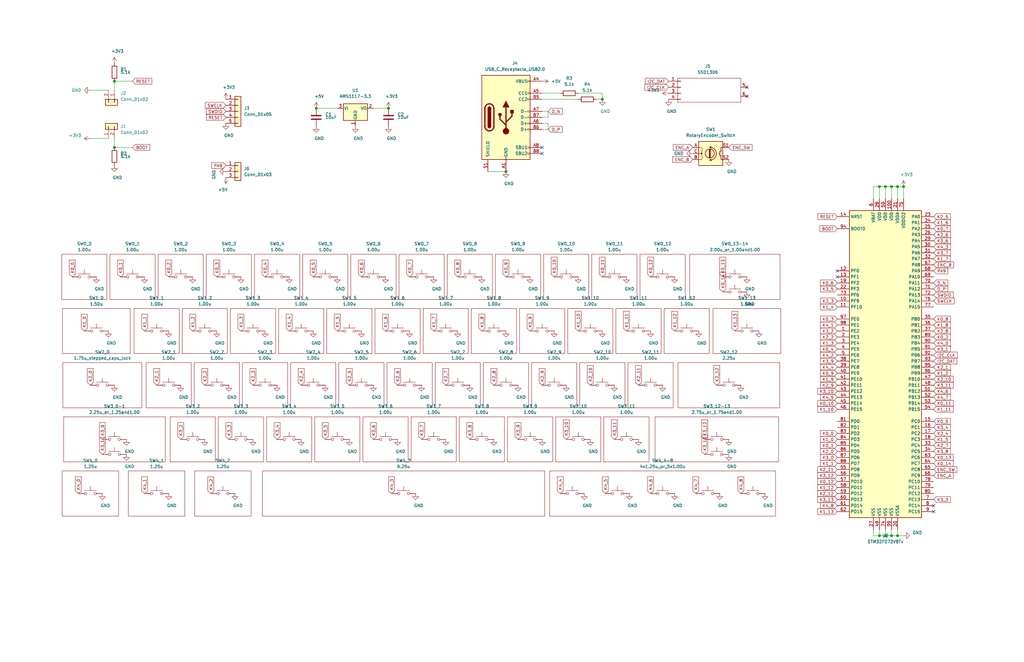
<source format=kicad_sch>
(kicad_sch (version 20201015) (generator eeschema)
  (page 1 1)
  (paper "USLedger")
  (title_block (title "Grabert") (date "2020-11-17") (rev "V0") (company "KoBuss LLC") (comment 1 "Designed By: Cam Buss"))
  (junction (at 48.26 34.29) (diameter 1.016))
  (junction (at 48.26 62.23) (diameter 1.016))
  (junction (at 133.35 45.72) (diameter 1.016))
  (junction (at 163.83 45.72) (diameter 1.016))
  (junction (at 213.36 72.39) (diameter 1.016))
  (junction (at 254 41.91) (diameter 1.016))
  (junction (at 370.84 78.74) (diameter 1.016))
  (junction (at 370.84 226.06) (diameter 1.016))
  (junction (at 373.38 78.74) (diameter 1.016))
  (junction (at 373.38 226.06) (diameter 1.016))
  (junction (at 375.92 78.74) (diameter 1.016))
  (junction (at 375.92 226.06) (diameter 1.016))
  (junction (at 378.46 78.74) (diameter 1.016))
  (junction (at 378.46 226.06) (diameter 1.016))
  (junction (at 381 78.74) (diameter 1.016))
  (no_connect (at 393.7 215.9))
  (no_connect (at 353.06 114.3))
  (no_connect (at 228.6 64.77))
  (no_connect (at 228.6 62.23))
  (no_connect (at 353.06 116.84))
  (no_connect (at 314.96 36.83))
  (no_connect (at 393.7 213.36))
  (no_connect (at 314.96 40.64))
  (wire (pts (xy 38.1 38.1) (xy 45.72 38.1)))
  (wire (pts (xy 38.1 58.42) (xy 45.72 58.42)))
  (wire (pts (xy 48.26 34.29) (xy 48.26 38.1)))
  (wire (pts (xy 48.26 34.29) (xy 55.88 34.29)))
  (wire (pts (xy 48.26 58.42) (xy 48.26 62.23)))
  (wire (pts (xy 48.26 62.23) (xy 55.88 62.23)))
  (wire (pts (xy 133.35 45.72) (xy 142.24 45.72)))
  (wire (pts (xy 157.48 45.72) (xy 163.83 45.72)))
  (wire (pts (xy 205.74 72.39) (xy 213.36 72.39)))
  (wire (pts (xy 228.6 39.37) (xy 236.22 39.37)))
  (wire (pts (xy 228.6 41.91) (xy 243.84 41.91)))
  (wire (pts (xy 228.6 46.99) (xy 231.14 46.99)))
  (wire (pts (xy 228.6 49.53) (xy 231.14 49.53)))
  (wire (pts (xy 228.6 52.07) (xy 231.14 52.07)))
  (wire (pts (xy 228.6 54.61) (xy 231.14 54.61)))
  (wire (pts (xy 231.14 49.53) (xy 231.14 46.99)))
  (wire (pts (xy 231.14 52.07) (xy 231.14 54.61)))
  (wire (pts (xy 243.84 39.37) (xy 254 39.37)))
  (wire (pts (xy 251.46 41.91) (xy 254 41.91)))
  (wire (pts (xy 254 39.37) (xy 254 41.91)))
  (wire (pts (xy 368.3 78.74) (xy 370.84 78.74)))
  (wire (pts (xy 368.3 83.82) (xy 368.3 78.74)))
  (wire (pts (xy 368.3 223.52) (xy 368.3 226.06)))
  (wire (pts (xy 368.3 226.06) (xy 370.84 226.06)))
  (wire (pts (xy 370.84 78.74) (xy 370.84 83.82)))
  (wire (pts (xy 370.84 78.74) (xy 373.38 78.74)))
  (wire (pts (xy 370.84 223.52) (xy 370.84 226.06)))
  (wire (pts (xy 370.84 226.06) (xy 373.38 226.06)))
  (wire (pts (xy 373.38 78.74) (xy 373.38 83.82)))
  (wire (pts (xy 373.38 78.74) (xy 375.92 78.74)))
  (wire (pts (xy 373.38 223.52) (xy 373.38 226.06)))
  (wire (pts (xy 373.38 226.06) (xy 375.92 226.06)))
  (wire (pts (xy 375.92 78.74) (xy 375.92 83.82)))
  (wire (pts (xy 375.92 78.74) (xy 378.46 78.74)))
  (wire (pts (xy 375.92 223.52) (xy 375.92 226.06)))
  (wire (pts (xy 375.92 226.06) (xy 378.46 226.06)))
  (wire (pts (xy 378.46 78.74) (xy 378.46 83.82)))
  (wire (pts (xy 378.46 78.74) (xy 381 78.74)))
  (wire (pts (xy 378.46 223.52) (xy 378.46 226.06)))
  (wire (pts (xy 378.46 226.06) (xy 381 226.06)))
  (wire (pts (xy 381 78.74) (xy 381 83.82)))
  (global_label "K0_0" (shape input) (at 30.48 116.84 90))
  (global_label "K4_0" (shape input) (at 33.02 208.28 90))
  (global_label "K1_0" (shape input) (at 35.56 139.7 90))
  (global_label "K2_0" (shape input) (at 38.1 162.56 90))
  (global_label "K3_0" (shape input) (at 43.18 185.42 90))
  (global_label "K3_1" (shape input) (at 43.18 191.77 90))
  (global_label "K0_1" (shape input) (at 50.8 116.84 90))
  (global_label "RESET" (shape input) (at 55.88 34.29 0))
  (global_label "BOOT" (shape input) (at 55.88 62.23 0))
  (global_label "K1_1" (shape input) (at 60.96 139.7 90))
  (global_label "K4_1" (shape input) (at 60.96 208.28 90))
  (global_label "K2_1" (shape input) (at 66.04 162.56 90))
  (global_label "K0_2" (shape input) (at 71.12 116.84 90))
  (global_label "K3_2" (shape input) (at 76.2 185.42 90))
  (global_label "K1_2" (shape input) (at 81.28 139.7 90))
  (global_label "K2_2" (shape input) (at 86.36 162.56 90))
  (global_label "K4_2" (shape input) (at 88.9 208.28 90))
  (global_label "K0_3" (shape input) (at 91.44 116.84 90))
  (global_label "SWCLK" (shape input) (at 95.25 44.45 180))
  (global_label "SWDIO" (shape input) (at 95.25 46.99 180))
  (global_label "RESET" (shape input) (at 95.25 49.53 180))
  (global_label "PA9" (shape input) (at 95.25 69.85 180))
  (global_label "K3_3" (shape input) (at 96.52 185.42 90))
  (global_label "K1_3" (shape input) (at 101.6 139.7 90))
  (global_label "K2_3" (shape input) (at 106.68 162.56 90))
  (global_label "K0_4" (shape input) (at 111.76 116.84 90))
  (global_label "K3_4" (shape input) (at 116.84 185.42 90))
  (global_label "K1_4" (shape input) (at 121.92 139.7 90))
  (global_label "K2_4" (shape input) (at 127 162.56 90))
  (global_label "K0_5" (shape input) (at 132.08 116.84 90))
  (global_label "K3_5" (shape input) (at 137.16 185.42 90))
  (global_label "K1_5" (shape input) (at 142.24 139.7 90))
  (global_label "K2_5" (shape input) (at 147.32 162.56 90))
  (global_label "K0_6" (shape input) (at 152.4 116.84 90))
  (global_label "K3_6" (shape input) (at 157.48 185.42 90))
  (global_label "K1_6" (shape input) (at 162.56 139.7 90))
  (global_label "K4_3" (shape input) (at 165.1 208.28 90))
  (global_label "K2_6" (shape input) (at 167.64 162.56 90))
  (global_label "K0_7" (shape input) (at 172.72 116.84 90))
  (global_label "K3_7" (shape input) (at 177.8 185.42 90))
  (global_label "K1_7" (shape input) (at 182.88 139.7 90))
  (global_label "K2_7" (shape input) (at 187.96 162.56 90))
  (global_label "K0_8" (shape input) (at 193.04 116.84 90))
  (global_label "K3_8" (shape input) (at 198.12 185.42 90))
  (global_label "K1_8" (shape input) (at 203.2 139.7 90))
  (global_label "K2_8" (shape input) (at 208.28 162.56 90))
  (global_label "K0_9" (shape input) (at 213.36 116.84 90))
  (global_label "K3_9" (shape input) (at 218.44 185.42 90))
  (global_label "K1_9" (shape input) (at 223.52 139.7 90))
  (global_label "K2_9" (shape input) (at 228.6 162.56 90))
  (global_label "D_N" (shape input) (at 231.14 46.99 0))
  (global_label "D_P" (shape input) (at 231.14 54.61 0))
  (global_label "K0_10" (shape input) (at 233.68 116.84 90))
  (global_label "K4_4" (shape input) (at 236.22 208.28 90))
  (global_label "K3_10" (shape input) (at 238.76 185.42 90))
  (global_label "K1_10" (shape input) (at 243.84 139.7 90))
  (global_label "K2_10" (shape input) (at 248.92 162.56 90))
  (global_label "K0_11" (shape input) (at 254 116.84 90))
  (global_label "K4_5" (shape input) (at 255.27 208.28 90))
  (global_label "K3_11" (shape input) (at 259.08 185.42 90))
  (global_label "K1_11" (shape input) (at 264.16 139.7 90))
  (global_label "K2_11" (shape input) (at 269.24 162.56 90))
  (global_label "K0_12" (shape input) (at 274.32 116.84 90))
  (global_label "K4_6" (shape input) (at 274.32 208.28 90))
  (global_label "I2C_DAT" (shape input) (at 281.94 34.29 180))
  (global_label "I2C_CLK" (shape input) (at 281.94 36.83 180))
  (global_label "K1_12" (shape input) (at 284.48 139.7 90))
  (global_label "ENC_A" (shape input) (at 292.1 62.23 180))
  (global_label "ENC_B" (shape input) (at 292.1 67.31 180))
  (global_label "K4_7" (shape input) (at 293.37 208.28 90))
  (global_label "K3_12" (shape input) (at 297.18 185.42 90))
  (global_label "K3_13" (shape input) (at 297.18 191.77 90))
  (global_label "K2_12" (shape input) (at 302.26 162.56 90))
  (global_label "K0_13" (shape input) (at 304.8 116.84 90))
  (global_label "K0_14" (shape input) (at 304.8 123.19 90))
  (global_label "ENC_SW" (shape input) (at 307.34 62.23 0))
  (global_label "K1_13" (shape input) (at 309.88 139.7 90))
  (global_label "K4_8" (shape input) (at 312.42 208.28 90))
  (global_label "RESET" (shape input) (at 353.06 91.44 180))
  (global_label "BOOT" (shape input) (at 353.06 96.52 180))
  (global_label "K0_6" (shape input) (at 353.06 119.38 180))
  (global_label "K3_5" (shape input) (at 353.06 121.92 180))
  (global_label "K2_3" (shape input) (at 353.06 127 180))
  (global_label "K1_4" (shape input) (at 353.06 129.54 180))
  (global_label "K0_3" (shape input) (at 353.06 134.62 180))
  (global_label "K4_1" (shape input) (at 353.06 137.16 180))
  (global_label "K3_2" (shape input) (at 353.06 139.7 180))
  (global_label "K2_2" (shape input) (at 353.06 142.24 180))
  (global_label "K1_3" (shape input) (at 353.06 144.78 180))
  (global_label "K0_4" (shape input) (at 353.06 147.32 180))
  (global_label "K4_2" (shape input) (at 353.06 149.86 180))
  (global_label "K3_9" (shape input) (at 353.06 152.4 180))
  (global_label "K4_4" (shape input) (at 353.06 154.94 180))
  (global_label "K0_9" (shape input) (at 353.06 157.48 180))
  (global_label "K1_9" (shape input) (at 353.06 160.02 180))
  (global_label "K2_9" (shape input) (at 353.06 162.56 180))
  (global_label "K3_10" (shape input) (at 353.06 165.1 180))
  (global_label "K4_5" (shape input) (at 353.06 167.64 180))
  (global_label "K0_10" (shape input) (at 353.06 170.18 180))
  (global_label "K1_10" (shape input) (at 353.06 172.72 180))
  (global_label "K0_0" (shape input) (at 353.06 182.88 180))
  (global_label "K1_0" (shape input) (at 353.06 185.42 180))
  (global_label "K0_1" (shape input) (at 353.06 187.96 180))
  (global_label "K2_0" (shape input) (at 353.06 190.5 180))
  (global_label "K3_0" (shape input) (at 353.06 193.04 180))
  (global_label "K1_1" (shape input) (at 353.06 195.58 180))
  (global_label "K2_11" (shape input) (at 353.06 198.12 180))
  (global_label "K3_12" (shape input) (at 353.06 200.66 180))
  (global_label "K0_12" (shape input) (at 353.06 203.2 180))
  (global_label "K1_12" (shape input) (at 353.06 205.74 180))
  (global_label "K2_12" (shape input) (at 353.06 208.28 180))
  (global_label "K3_13" (shape input) (at 353.06 210.82 180))
  (global_label "K4_8" (shape input) (at 353.06 213.36 180))
  (global_label "K1_13" (shape input) (at 353.06 215.9 180))
  (global_label "K2_5" (shape input) (at 393.7 91.44 0))
  (global_label "K1_6" (shape input) (at 393.7 93.98 0))
  (global_label "K0_7" (shape input) (at 393.7 96.52 0))
  (global_label "K2_6" (shape input) (at 393.7 99.06 0))
  (global_label "K3_6" (shape input) (at 393.7 101.6 0))
  (global_label "K4_3" (shape input) (at 393.7 104.14 0))
  (global_label "K3_7" (shape input) (at 393.7 106.68 0))
  (global_label "K1_7" (shape input) (at 393.7 109.22 0))
  (global_label "ENC_B" (shape input) (at 393.7 111.76 0))
  (global_label "PA9" (shape input) (at 393.7 114.3 0))
  (global_label "D_N" (shape input) (at 393.7 119.38 0))
  (global_label "D_P" (shape input) (at 393.7 121.92 0))
  (global_label "SWDIO" (shape input) (at 393.7 124.46 0))
  (global_label "SWCLK" (shape input) (at 393.7 127 0))
  (global_label "K0_8" (shape input) (at 393.7 134.62 0))
  (global_label "K1_8" (shape input) (at 393.7 137.16 0))
  (global_label "K2_8" (shape input) (at 393.7 139.7 0))
  (global_label "K0_2" (shape input) (at 393.7 142.24 0))
  (global_label "K4_0" (shape input) (at 393.7 144.78 0))
  (global_label "K3_1" (shape input) (at 393.7 147.32 0))
  (global_label "I2C_CLK" (shape input) (at 393.7 149.86 0))
  (global_label "I2C_DAT" (shape input) (at 393.7 152.4 0))
  (global_label "K2_1" (shape input) (at 393.7 154.94 0))
  (global_label "K1_2" (shape input) (at 393.7 157.48 0))
  (global_label "K2_10" (shape input) (at 393.7 160.02 0))
  (global_label "K3_11" (shape input) (at 393.7 162.56 0))
  (global_label "K4_6" (shape input) (at 393.7 165.1 0))
  (global_label "K4_7" (shape input) (at 393.7 167.64 0))
  (global_label "K0_11" (shape input) (at 393.7 170.18 0))
  (global_label "K1_11" (shape input) (at 393.7 172.72 0))
  (global_label "K0_5" (shape input) (at 393.7 177.8 0))
  (global_label "K3_4" (shape input) (at 393.7 180.34 0))
  (global_label "K2_4" (shape input) (at 393.7 182.88 0))
  (global_label "K1_5" (shape input) (at 393.7 185.42 0))
  (global_label "K2_7" (shape input) (at 393.7 187.96 0))
  (global_label "K3_8" (shape input) (at 393.7 190.5 0))
  (global_label "K0_13" (shape input) (at 393.7 193.04 0))
  (global_label "K0_14" (shape input) (at 393.7 195.58 0))
  (global_label "ENC_SW" (shape input) (at 393.7 198.12 0))
  (global_label "ENC_A" (shape input) (at 393.7 200.66 0))
  (global_label "K3_3" (shape input) (at 393.7 210.82 0))
  (symbol (lib_id "power:+3V3") (at 38.1 58.42 90) (unit 1)
    (property "Reference" "#PWR0113" (effects hide))
    (property "Value" "+3V3" (at 34.29 57.15 90) (effects (justify left)))
  )
  (symbol (lib_id "power:+3V3") (at 48.26 26.67 0) (unit 1)
    (property "Reference" "#PWR0120" (effects hide))
    (property "Value" "+3V3" (at 49.53 21.59 0))
  )
  (symbol (lib_id "power:+3V3") (at 95.25 41.91 0) (unit 1)
    (property "Reference" "#PWR0118" (effects hide))
    (property "Value" "+3V3" (at 96.52 36.83 0))
  )
  (symbol (lib_id "power:+5V") (at 95.25 74.93 180) (unit 1)
    (property "Reference" "#PWR0187" (effects hide))
    (property "Value" "+5V" (at 93.98 80.01 0))
  )
  (symbol (lib_id "power:+5V") (at 133.35 45.72 0) (unit 1)
    (property "Reference" "#PWR0115" (effects hide))
    (property "Value" "+5V" (at 134.62 40.64 0))
  )
  (symbol (lib_id "power:+3V3") (at 163.83 45.72 0) (unit 1)
    (property "Reference" "#PWR0110" (effects hide))
    (property "Value" "+3V3" (at 165.1 40.64 0))
  )
  (symbol (lib_id "power:+5V") (at 228.6 34.29 270) (unit 1)
    (property "Reference" "#PWR0101" (effects hide))
    (property "Value" "+5V" (at 232.41 34.29 90) (effects (justify left)))
  )
  (symbol (lib_id "power:+3V3") (at 281.94 39.37 90) (unit 1)
    (property "Reference" "#PWR0107" (effects hide))
    (property "Value" "+3V3" (at 278.13 38.1 90) (effects (justify left)))
  )
  (symbol (lib_id "power:+3V3") (at 381 78.74 0) (unit 1)
    (property "Reference" "#PWR0105" (effects hide))
    (property "Value" "+3V3" (at 382.27 73.66 0))
  )
  (symbol (lib_id "power:GND") (at 38.1 38.1 270) (unit 1)
    (property "Reference" "#PWR0119" (effects hide))
    (property "Value" "GND" (at 34.29 38.1 90) (effects (justify right)))
  )
  (symbol (lib_id "power:GND") (at 40.64 116.84 0) (unit 1)
    (property "Reference" "#PWR0149" (effects hide))
    (property "Value" "GND" (at 41.91 121.92 0))
  )
  (symbol (lib_id "power:GND") (at 43.18 208.28 0) (unit 1)
    (property "Reference" "#PWR0156" (effects hide))
    (property "Value" "GND" (at 44.45 213.36 0))
  )
  (symbol (lib_id "power:GND") (at 45.72 139.7 0) (unit 1)
    (property "Reference" "#PWR0153" (effects hide))
    (property "Value" "GND" (at 46.99 144.78 0))
  )
  (symbol (lib_id "power:GND") (at 48.26 69.85 0) (unit 1)
    (property "Reference" "#PWR0114" (effects hide))
    (property "Value" "GND" (at 49.53 74.93 0))
  )
  (symbol (lib_id "power:GND") (at 48.26 162.56 0) (unit 1)
    (property "Reference" "#PWR0147" (effects hide))
    (property "Value" "GND" (at 49.53 167.64 0))
  )
  (symbol (lib_id "power:GND") (at 53.34 185.42 0) (unit 1)
    (property "Reference" "#PWR0154" (effects hide))
    (property "Value" "GND" (at 54.61 190.5 0))
  )
  (symbol (lib_id "power:GND") (at 53.34 191.77 0) (unit 1)
    (property "Reference" "#PWR0155" (effects hide))
    (property "Value" "GND" (at 54.61 196.85 0))
  )
  (symbol (lib_id "power:GND") (at 60.96 116.84 0) (unit 1)
    (property "Reference" "#PWR0150" (effects hide))
    (property "Value" "GND" (at 62.23 121.92 0))
  )
  (symbol (lib_id "power:GND") (at 71.12 139.7 0) (unit 1)
    (property "Reference" "#PWR0146" (effects hide))
    (property "Value" "GND" (at 72.39 144.78 0))
  )
  (symbol (lib_id "power:GND") (at 71.12 208.28 0) (unit 1)
    (property "Reference" "#PWR0161" (effects hide))
    (property "Value" "GND" (at 72.39 213.36 0))
  )
  (symbol (lib_id "power:GND") (at 76.2 162.56 0) (unit 1)
    (property "Reference" "#PWR0144" (effects hide))
    (property "Value" "GND" (at 77.47 167.64 0))
  )
  (symbol (lib_id "power:GND") (at 81.28 116.84 0) (unit 1)
    (property "Reference" "#PWR0151" (effects hide))
    (property "Value" "GND" (at 82.55 121.92 0))
  )
  (symbol (lib_id "power:GND") (at 86.36 185.42 0) (unit 1)
    (property "Reference" "#PWR0160" (effects hide))
    (property "Value" "GND" (at 87.63 190.5 0))
  )
  (symbol (lib_id "power:GND") (at 91.44 139.7 0) (unit 1)
    (property "Reference" "#PWR0148" (effects hide))
    (property "Value" "GND" (at 92.71 144.78 0))
  )
  (symbol (lib_id "power:GND") (at 95.25 52.07 0) (unit 1)
    (property "Reference" "#PWR0117" (effects hide))
    (property "Value" "GND" (at 96.52 57.15 0))
  )
  (symbol (lib_id "power:GND") (at 95.25 72.39 270) (unit 1)
    (property "Reference" "#PWR0186" (effects hide))
    (property "Value" "GND" (at 90.17 73.66 0))
  )
  (symbol (lib_id "power:GND") (at 96.52 162.56 0) (unit 1)
    (property "Reference" "#PWR0145" (effects hide))
    (property "Value" "GND" (at 97.79 167.64 0))
  )
  (symbol (lib_id "power:GND") (at 99.06 208.28 0) (unit 1)
    (property "Reference" "#PWR0162" (effects hide))
    (property "Value" "GND" (at 100.33 213.36 0))
  )
  (symbol (lib_id "power:GND") (at 101.6 116.84 0) (unit 1)
    (property "Reference" "#PWR0152" (effects hide))
    (property "Value" "GND" (at 102.87 121.92 0))
  )
  (symbol (lib_id "power:GND") (at 106.68 185.42 0) (unit 1)
    (property "Reference" "#PWR0159" (effects hide))
    (property "Value" "GND" (at 107.95 190.5 0))
  )
  (symbol (lib_id "power:GND") (at 111.76 139.7 0) (unit 1)
    (property "Reference" "#PWR0158" (effects hide))
    (property "Value" "GND" (at 113.03 144.78 0))
  )
  (symbol (lib_id "power:GND") (at 116.84 162.56 0) (unit 1)
    (property "Reference" "#PWR0136" (effects hide))
    (property "Value" "GND" (at 118.11 167.64 0))
  )
  (symbol (lib_id "power:GND") (at 121.92 116.84 0) (unit 1)
    (property "Reference" "#PWR0157" (effects hide))
    (property "Value" "GND" (at 123.19 121.92 0))
  )
  (symbol (lib_id "power:GND") (at 127 185.42 0) (unit 1)
    (property "Reference" "#PWR0135" (effects hide))
    (property "Value" "GND" (at 128.27 190.5 0))
  )
  (symbol (lib_id "power:GND") (at 132.08 139.7 0) (unit 1)
    (property "Reference" "#PWR0130" (effects hide))
    (property "Value" "GND" (at 133.35 144.78 0))
  )
  (symbol (lib_id "power:GND") (at 133.35 53.34 0) (unit 1)
    (property "Reference" "#PWR0116" (effects hide))
    (property "Value" "GND" (at 134.62 58.42 0))
  )
  (symbol (lib_id "power:GND") (at 137.16 162.56 0) (unit 1)
    (property "Reference" "#PWR0138" (effects hide))
    (property "Value" "GND" (at 138.43 167.64 0))
  )
  (symbol (lib_id "power:GND") (at 142.24 116.84 0) (unit 1)
    (property "Reference" "#PWR0126" (effects hide))
    (property "Value" "GND" (at 143.51 121.92 0))
  )
  (symbol (lib_id "power:GND") (at 147.32 185.42 0) (unit 1)
    (property "Reference" "#PWR0134" (effects hide))
    (property "Value" "GND" (at 148.59 190.5 0))
  )
  (symbol (lib_id "power:GND") (at 149.86 53.34 0) (unit 1)
    (property "Reference" "#PWR0112" (effects hide))
    (property "Value" "GND" (at 151.13 58.42 0))
  )
  (symbol (lib_id "power:GND") (at 152.4 139.7 0) (unit 1)
    (property "Reference" "#PWR0129" (effects hide))
    (property "Value" "GND" (at 153.67 144.78 0))
  )
  (symbol (lib_id "power:GND") (at 157.48 162.56 0) (unit 1)
    (property "Reference" "#PWR0137" (effects hide))
    (property "Value" "GND" (at 158.75 167.64 0))
  )
  (symbol (lib_id "power:GND") (at 162.56 116.84 0) (unit 1)
    (property "Reference" "#PWR0124" (effects hide))
    (property "Value" "GND" (at 163.83 121.92 0))
  )
  (symbol (lib_id "power:GND") (at 163.83 53.34 0) (unit 1)
    (property "Reference" "#PWR0111" (effects hide))
    (property "Value" "GND" (at 165.1 58.42 0))
  )
  (symbol (lib_id "power:GND") (at 167.64 185.42 0) (unit 1)
    (property "Reference" "#PWR0142" (effects hide))
    (property "Value" "GND" (at 168.91 190.5 0))
  )
  (symbol (lib_id "power:GND") (at 172.72 139.7 0) (unit 1)
    (property "Reference" "#PWR0123" (effects hide))
    (property "Value" "GND" (at 173.99 144.78 0))
  )
  (symbol (lib_id "power:GND") (at 175.26 208.28 0) (unit 1)
    (property "Reference" "#PWR0143" (effects hide))
    (property "Value" "GND" (at 176.53 213.36 0))
  )
  (symbol (lib_id "power:GND") (at 177.8 162.56 0) (unit 1)
    (property "Reference" "#PWR0132" (effects hide))
    (property "Value" "GND" (at 179.07 167.64 0))
  )
  (symbol (lib_id "power:GND") (at 182.88 116.84 0) (unit 1)
    (property "Reference" "#PWR0125" (effects hide))
    (property "Value" "GND" (at 184.15 121.92 0))
  )
  (symbol (lib_id "power:GND") (at 187.96 185.42 0) (unit 1)
    (property "Reference" "#PWR0139" (effects hide))
    (property "Value" "GND" (at 189.23 190.5 0))
  )
  (symbol (lib_id "power:GND") (at 193.04 139.7 0) (unit 1)
    (property "Reference" "#PWR0121" (effects hide))
    (property "Value" "GND" (at 194.31 144.78 0))
  )
  (symbol (lib_id "power:GND") (at 198.12 162.56 0) (unit 1)
    (property "Reference" "#PWR0131" (effects hide))
    (property "Value" "GND" (at 199.39 167.64 0))
  )
  (symbol (lib_id "power:GND") (at 203.2 116.84 0) (unit 1)
    (property "Reference" "#PWR0185" (effects hide))
    (property "Value" "GND" (at 204.47 121.92 0))
  )
  (symbol (lib_id "power:GND") (at 208.28 185.42 0) (unit 1)
    (property "Reference" "#PWR0140" (effects hide))
    (property "Value" "GND" (at 209.55 190.5 0))
  )
  (symbol (lib_id "power:GND") (at 213.36 72.39 0) (unit 1)
    (property "Reference" "#PWR0103" (effects hide))
    (property "Value" "GND" (at 214.63 77.47 0))
  )
  (symbol (lib_id "power:GND") (at 213.36 139.7 0) (unit 1)
    (property "Reference" "#PWR0122" (effects hide))
    (property "Value" "GND" (at 214.63 144.78 0))
  )
  (symbol (lib_id "power:GND") (at 218.44 162.56 0) (unit 1)
    (property "Reference" "#PWR0133" (effects hide))
    (property "Value" "GND" (at 219.71 167.64 0))
  )
  (symbol (lib_id "power:GND") (at 223.52 116.84 0) (unit 1)
    (property "Reference" "#PWR0127" (effects hide))
    (property "Value" "GND" (at 224.79 121.92 0))
  )
  (symbol (lib_id "power:GND") (at 228.6 185.42 0) (unit 1)
    (property "Reference" "#PWR0141" (effects hide))
    (property "Value" "GND" (at 229.87 190.5 0))
  )
  (symbol (lib_id "power:GND") (at 233.68 139.7 0) (unit 1)
    (property "Reference" "#PWR0128" (effects hide))
    (property "Value" "GND" (at 234.95 144.78 0))
  )
  (symbol (lib_id "power:GND") (at 238.76 162.56 0) (unit 1)
    (property "Reference" "#PWR0183" (effects hide))
    (property "Value" "GND" (at 240.03 167.64 0))
  )
  (symbol (lib_id "power:GND") (at 243.84 116.84 0) (unit 1)
    (property "Reference" "#PWR0180" (effects hide))
    (property "Value" "GND" (at 245.11 121.92 0))
  )
  (symbol (lib_id "power:GND") (at 246.38 208.28 0) (unit 1)
    (property "Reference" "#PWR0174" (effects hide))
    (property "Value" "GND" (at 247.65 213.36 0))
  )
  (symbol (lib_id "power:GND") (at 248.92 185.42 0) (unit 1)
    (property "Reference" "#PWR0176" (effects hide))
    (property "Value" "GND" (at 250.19 190.5 0))
  )
  (symbol (lib_id "power:GND") (at 254 41.91 0) (unit 1)
    (property "Reference" "#PWR0102" (effects hide))
    (property "Value" "GND" (at 255.27 46.99 0))
  )
  (symbol (lib_id "power:GND") (at 254 139.7 0) (unit 1)
    (property "Reference" "#PWR0179" (effects hide))
    (property "Value" "GND" (at 255.27 144.78 0))
  )
  (symbol (lib_id "power:GND") (at 259.08 162.56 0) (unit 1)
    (property "Reference" "#PWR0181" (effects hide))
    (property "Value" "GND" (at 260.35 167.64 0))
  )
  (symbol (lib_id "power:GND") (at 264.16 116.84 0) (unit 1)
    (property "Reference" "#PWR0178" (effects hide))
    (property "Value" "GND" (at 265.43 121.92 0))
  )
  (symbol (lib_id "power:GND") (at 265.43 208.28 0) (unit 1)
    (property "Reference" "#PWR0173" (effects hide))
    (property "Value" "GND" (at 266.7 213.36 0))
  )
  (symbol (lib_id "power:GND") (at 269.24 185.42 0) (unit 1)
    (property "Reference" "#PWR0175" (effects hide))
    (property "Value" "GND" (at 270.51 190.5 0))
  )
  (symbol (lib_id "power:GND") (at 274.32 139.7 0) (unit 1)
    (property "Reference" "#PWR0184" (effects hide))
    (property "Value" "GND" (at 275.59 144.78 0))
  )
  (symbol (lib_id "power:GND") (at 279.4 162.56 0) (unit 1)
    (property "Reference" "#PWR0182" (effects hide))
    (property "Value" "GND" (at 280.67 167.64 0))
  )
  (symbol (lib_id "power:GND") (at 281.94 41.91 0) (unit 1)
    (property "Reference" "#PWR0106" (effects hide))
    (property "Value" "GND" (at 283.21 46.99 0))
  )
  (symbol (lib_id "power:GND") (at 284.48 116.84 0) (unit 1)
    (property "Reference" "#PWR0177" (effects hide))
    (property "Value" "GND" (at 285.75 121.92 0))
  )
  (symbol (lib_id "power:GND") (at 284.48 208.28 0) (unit 1)
    (property "Reference" "#PWR0172" (effects hide))
    (property "Value" "GND" (at 285.75 213.36 0))
  )
  (symbol (lib_id "power:GND") (at 292.1 64.77 270) (unit 1)
    (property "Reference" "#PWR0109" (effects hide))
    (property "Value" "GND" (at 288.29 64.77 90) (effects (justify right)))
  )
  (symbol (lib_id "power:GND") (at 294.64 139.7 0) (unit 1)
    (property "Reference" "#PWR0167" (effects hide))
    (property "Value" "GND" (at 295.91 144.78 0))
  )
  (symbol (lib_id "power:GND") (at 303.53 208.28 0) (unit 1)
    (property "Reference" "#PWR0170" (effects hide))
    (property "Value" "GND" (at 304.8 213.36 0))
  )
  (symbol (lib_id "power:GND") (at 307.34 67.31 0) (unit 1)
    (property "Reference" "#PWR0108" (effects hide))
    (property "Value" "GND" (at 308.61 72.39 0))
  )
  (symbol (lib_id "power:GND") (at 307.34 185.42 0) (unit 1)
    (property "Reference" "#PWR0169" (effects hide))
    (property "Value" "GND" (at 308.61 190.5 0))
  )
  (symbol (lib_id "power:GND") (at 307.34 191.77 0) (unit 1)
    (property "Reference" "#PWR0168" (effects hide))
    (property "Value" "GND" (at 308.61 196.85 0))
  )
  (symbol (lib_id "power:GND") (at 312.42 162.56 0) (unit 1)
    (property "Reference" "#PWR0163" (effects hide))
    (property "Value" "GND" (at 313.69 167.64 0))
  )
  (symbol (lib_id "power:GND") (at 314.96 116.84 0) (unit 1)
    (property "Reference" "#PWR0165" (effects hide))
    (property "Value" "GND" (at 316.23 121.92 0))
  )
  (symbol (lib_id "power:GND") (at 314.96 123.19 0) (unit 1)
    (property "Reference" "#PWR0166" (effects hide))
    (property "Value" "GND" (at 316.23 128.27 0))
  )
  (symbol (lib_id "power:GND") (at 320.04 139.7 0) (unit 1)
    (property "Reference" "#PWR0164" (effects hide))
    (property "Value" "GND" (at 321.31 144.78 0))
  )
  (symbol (lib_id "power:GND") (at 322.58 208.28 0) (unit 1)
    (property "Reference" "#PWR0171" (effects hide))
    (property "Value" "GND" (at 323.85 213.36 0))
  )
  (symbol (lib_id "power:GND") (at 381 226.06 90) (unit 1)
    (property "Reference" "#PWR0104" (effects hide))
    (property "Value" "GND" (at 384.81 224.79 90) (effects (justify right)))
  )
  (symbol (lib_id "Device:R") (at 48.26 30.48 180) (unit 1)
    (property "Reference" "R1" (at 50.8 29.21 0) (effects (justify right)))
    (property "Value" "5.1k" (at 50.8 30.48 0) (effects (justify right)))
    (property "Footprint" "Resistor_SMD:R_0603_1608Metric" (effects hide))
  )
  (symbol (lib_id "Device:R") (at 48.26 66.04 180) (unit 1)
    (property "Reference" "R2" (at 50.8 64.77 0) (effects (justify right)))
    (property "Value" "5.1k" (at 50.8 66.04 0) (effects (justify right)))
    (property "Footprint" "Resistor_SMD:R_0603_1608Metric" (effects hide))
  )
  (symbol (lib_id "Device:R") (at 240.03 39.37 90) (unit 1)
    (property "Reference" "R3" (at 240.03 33.02 90))
    (property "Value" "5.1k" (at 240.03 35.56 90))
    (property "Footprint" "Resistor_SMD:R_0603_1608Metric" (effects hide))
  )
  (symbol (lib_id "Device:R") (at 247.65 41.91 90) (unit 1)
    (property "Reference" "R4" (at 247.65 35.56 90))
    (property "Value" "5.1k" (at 247.65 38.1 90))
    (property "Footprint" "Resistor_SMD:R_0603_1608Metric" (effects hide))
  )
  (symbol (lib_id "Connector_Generic:Conn_01x02") (at 45.72 53.34 90) (unit 1)
    (property "Reference" "J1" (at 50.8 53.34 90) (effects (justify right)))
    (property "Value" "Conn_01x02" (at 50.8 55.88 90) (effects (justify right)))
    (property "Footprint" "Connector_PinHeader_2.54mm:PinHeader_1x02_P2.54mm_Vertical" (effects hide))
  )
  (symbol (lib_id "Connector_Generic:Conn_01x02") (at 48.26 43.18 270) (unit 1)
    (property "Reference" "J2" (at 50.8 39.37 90) (effects (justify left)))
    (property "Value" "Conn_01x02" (at 50.8 41.91 90) (effects (justify left)))
    (property "Footprint" "Connector_PinHeader_2.54mm:PinHeader_1x02_P2.54mm_Vertical" (effects hide))
  )
  (symbol (lib_id "Device:C") (at 133.35 49.53 0) (unit 1)
    (property "Reference" "C1" (at 137.16 48.26 0) (effects (justify left)))
    (property "Value" "10uF" (at 137.16 49.53 0) (effects (justify left)))
    (property "Footprint" "Capacitor_SMD:C_0603_1608Metric" (effects hide))
  )
  (symbol (lib_id "Device:C") (at 163.83 49.53 0) (unit 1)
    (property "Reference" "C2" (at 167.64 48.26 0) (effects (justify left)))
    (property "Value" "10uF" (at 167.64 49.53 0) (effects (justify left)))
    (property "Footprint" "Capacitor_SMD:C_0603_1608Metric" (effects hide))
  )
  (symbol (lib_id "Connector_Generic:Conn_01x03") (at 100.33 72.39 0) (unit 1)
    (property "Reference" "J6" (at 102.87 71.12 0) (effects (justify left)))
    (property "Value" "Conn_01x03" (at 102.87 73.66 0) (effects (justify left)))
    (property "Footprint" "Connector_PinHeader_2.54mm:PinHeader_1x03_P2.54mm_Vertical" (effects hide))
  )
  (symbol (lib_id "Connector_Generic:Conn_01x05") (at 100.33 46.99 0) (unit 1)
    (property "Reference" "J3" (at 102.87 45.72 0) (effects (justify left)))
    (property "Value" "Conn_01x05" (at 102.87 48.26 0) (effects (justify left)))
    (property "Footprint" "Connector_PinHeader_2.54mm:PinHeader_1x05_P2.54mm_Vertical" (effects hide))
  )
  (symbol (lib_id "Regulator_Linear:AMS1117-3.3") (at 149.86 45.72 0) (unit 1)
    (property "Reference" "U1" (at 149.86 38.1 0))
    (property "Value" "AMS1117-3.3" (at 149.86 40.64 0))
    (property "Footprint" "Package_TO_SOT_SMD:SOT-223-3_TabPin2" (effects hide))
    (property "Datasheet" "http://www.advanced-monolithic.com/pdf/ds1117.pdf" (effects hide))
  )
  (symbol (lib_id "Device:RotaryEncoder_Switch") (at 299.72 64.77 0) (unit 1)
    (property "Reference" "SW1" (at 299.72 54.61 0))
    (property "Value" "RotaryEncoder_Switch" (at 299.72 57.15 0))
    (property "Footprint" "kobuss-footprint:PEC11R-4220K-S0024" (effects hide))
  )
  (symbol (lib_id "kobuss:SSD1306") (at 285.75 38.1 0) (unit 1)
    (property "Reference" "J5" (at 298.45 27.94 0))
    (property "Value" "SSD1306" (at 298.45 30.48 0))
    (property "Footprint" "kobuss-footprint:SSD1306" (effects hide))
  )
  (symbol (lib_id "kobuss:1.00u") (at 35.56 116.84 0) (unit 1)
    (property "Reference" "SW0_0" (at 35.56 102.87 0))
    (property "Value" "1.00u" (at 35.56 105.41 0))
    (property "Footprint" "kobuss-footprint:MX_1u" (effects hide))
  )
  (symbol (lib_id "kobuss:1.00u") (at 55.88 116.84 0) (unit 1)
    (property "Reference" "SW0_1" (at 55.88 102.87 0))
    (property "Value" "1.00u" (at 55.88 105.41 0))
    (property "Footprint" "kobuss-footprint:MX_1u" (effects hide))
  )
  (symbol (lib_id "kobuss:1.00u") (at 66.04 139.7 0) (unit 1)
    (property "Reference" "SW1_1" (at 66.04 125.73 0))
    (property "Value" "1.00u" (at 66.04 128.27 0))
    (property "Footprint" "kobuss-footprint:MX_1u" (effects hide))
  )
  (symbol (lib_id "kobuss:1.00u") (at 71.12 162.56 0) (unit 1)
    (property "Reference" "SW2_1" (at 71.12 148.59 0))
    (property "Value" "1.00u" (at 71.12 151.13 0))
    (property "Footprint" "kobuss-footprint:MX_1u" (effects hide))
  )
  (symbol (lib_id "kobuss:1.00u") (at 76.2 116.84 0) (unit 1)
    (property "Reference" "SW0_2" (at 76.2 102.87 0))
    (property "Value" "1.00u" (at 76.2 105.41 0))
    (property "Footprint" "kobuss-footprint:MX_1u" (effects hide))
  )
  (symbol (lib_id "kobuss:1.00u") (at 81.28 185.42 0) (unit 1)
    (property "Reference" "SW3_2" (at 81.28 171.45 0))
    (property "Value" "1.00u" (at 81.28 173.99 0))
    (property "Footprint" "kobuss-footprint:MX_1u" (effects hide))
  )
  (symbol (lib_id "kobuss:1.00u") (at 86.36 139.7 0) (unit 1)
    (property "Reference" "SW1_2" (at 86.36 125.73 0))
    (property "Value" "1.00u" (at 86.36 128.27 0))
    (property "Footprint" "kobuss-footprint:MX_1u" (effects hide))
  )
  (symbol (lib_id "kobuss:1.00u") (at 91.44 162.56 0) (unit 1)
    (property "Reference" "SW2_2" (at 91.44 148.59 0))
    (property "Value" "1.00u" (at 91.44 151.13 0))
    (property "Footprint" "kobuss-footprint:MX_1u" (effects hide))
  )
  (symbol (lib_id "kobuss:1.00u") (at 96.52 116.84 0) (unit 1)
    (property "Reference" "SW0_3" (at 96.52 102.87 0))
    (property "Value" "1.00u" (at 96.52 105.41 0))
    (property "Footprint" "kobuss-footprint:MX_1u" (effects hide))
  )
  (symbol (lib_id "kobuss:1.00u") (at 101.6 185.42 0) (unit 1)
    (property "Reference" "SW3_3" (at 101.6 171.45 0))
    (property "Value" "1.00u" (at 101.6 173.99 0))
    (property "Footprint" "kobuss-footprint:MX_1u" (effects hide))
  )
  (symbol (lib_id "kobuss:1.00u") (at 106.68 139.7 0) (unit 1)
    (property "Reference" "SW1_3" (at 106.68 125.73 0))
    (property "Value" "1.00u" (at 106.68 128.27 0))
    (property "Footprint" "kobuss-footprint:MX_1u" (effects hide))
  )
  (symbol (lib_id "kobuss:1.00u") (at 111.76 162.56 0) (unit 1)
    (property "Reference" "SW2_3" (at 111.76 148.59 0))
    (property "Value" "1.00u" (at 111.76 151.13 0))
    (property "Footprint" "kobuss-footprint:MX_1u" (effects hide))
  )
  (symbol (lib_id "kobuss:1.00u") (at 116.84 116.84 0) (unit 1)
    (property "Reference" "SW0_4" (at 116.84 102.87 0))
    (property "Value" "1.00u" (at 116.84 105.41 0))
    (property "Footprint" "kobuss-footprint:MX_1u" (effects hide))
  )
  (symbol (lib_id "kobuss:1.00u") (at 121.92 185.42 0) (unit 1)
    (property "Reference" "SW3_4" (at 121.92 171.45 0))
    (property "Value" "1.00u" (at 121.92 173.99 0))
    (property "Footprint" "kobuss-footprint:MX_1u" (effects hide))
  )
  (symbol (lib_id "kobuss:1.00u") (at 127 139.7 0) (unit 1)
    (property "Reference" "SW1_4" (at 127 125.73 0))
    (property "Value" "1.00u" (at 127 128.27 0))
    (property "Footprint" "kobuss-footprint:MX_1u" (effects hide))
  )
  (symbol (lib_id "kobuss:1.00u") (at 132.08 162.56 0) (unit 1)
    (property "Reference" "SW2_4" (at 132.08 148.59 0))
    (property "Value" "1.00u" (at 132.08 151.13 0))
    (property "Footprint" "kobuss-footprint:MX_1u" (effects hide))
  )
  (symbol (lib_id "kobuss:1.00u") (at 137.16 116.84 0) (unit 1)
    (property "Reference" "SW0_5" (at 137.16 102.87 0))
    (property "Value" "1.00u" (at 137.16 105.41 0))
    (property "Footprint" "kobuss-footprint:MX_1u" (effects hide))
  )
  (symbol (lib_id "kobuss:1.00u") (at 142.24 185.42 0) (unit 1)
    (property "Reference" "SW3_5" (at 142.24 171.45 0))
    (property "Value" "1.00u" (at 142.24 173.99 0))
    (property "Footprint" "kobuss-footprint:MX_1u" (effects hide))
  )
  (symbol (lib_id "kobuss:1.00u") (at 147.32 139.7 0) (unit 1)
    (property "Reference" "SW1_5" (at 147.32 125.73 0))
    (property "Value" "1.00u" (at 147.32 128.27 0))
    (property "Footprint" "kobuss-footprint:MX_1u" (effects hide))
  )
  (symbol (lib_id "kobuss:1.00u") (at 152.4 162.56 0) (unit 1)
    (property "Reference" "SW2_5" (at 152.4 148.59 0))
    (property "Value" "1.00u" (at 152.4 151.13 0))
    (property "Footprint" "kobuss-footprint:MX_1u" (effects hide))
  )
  (symbol (lib_id "kobuss:1.00u") (at 157.48 116.84 0) (unit 1)
    (property "Reference" "SW0_6" (at 157.48 102.87 0))
    (property "Value" "1.00u" (at 157.48 105.41 0))
    (property "Footprint" "kobuss-footprint:MX_1u" (effects hide))
  )
  (symbol (lib_id "kobuss:1.00u") (at 162.56 185.42 0) (unit 1)
    (property "Reference" "SW3_6" (at 162.56 171.45 0))
    (property "Value" "1.00u" (at 162.56 173.99 0))
    (property "Footprint" "kobuss-footprint:MX_1u" (effects hide))
  )
  (symbol (lib_id "kobuss:1.00u") (at 167.64 139.7 0) (unit 1)
    (property "Reference" "SW1_6" (at 167.64 125.73 0))
    (property "Value" "1.00u" (at 167.64 128.27 0))
    (property "Footprint" "kobuss-footprint:MX_1u" (effects hide))
  )
  (symbol (lib_id "kobuss:1.00u") (at 172.72 162.56 0) (unit 1)
    (property "Reference" "SW2_6" (at 172.72 148.59 0))
    (property "Value" "1.00u" (at 172.72 151.13 0))
    (property "Footprint" "kobuss-footprint:MX_1u" (effects hide))
  )
  (symbol (lib_id "kobuss:1.00u") (at 177.8 116.84 0) (unit 1)
    (property "Reference" "SW0_7" (at 177.8 102.87 0))
    (property "Value" "1.00u" (at 177.8 105.41 0))
    (property "Footprint" "kobuss-footprint:MX_1u" (effects hide))
  )
  (symbol (lib_id "kobuss:1.00u") (at 182.88 185.42 0) (unit 1)
    (property "Reference" "SW3_7" (at 182.88 171.45 0))
    (property "Value" "1.00u" (at 182.88 173.99 0))
    (property "Footprint" "kobuss-footprint:MX_1u" (effects hide))
  )
  (symbol (lib_id "kobuss:1.00u") (at 187.96 139.7 0) (unit 1)
    (property "Reference" "SW1_7" (at 187.96 125.73 0))
    (property "Value" "1.00u" (at 187.96 128.27 0))
    (property "Footprint" "kobuss-footprint:MX_1u" (effects hide))
  )
  (symbol (lib_id "kobuss:1.00u") (at 193.04 162.56 0) (unit 1)
    (property "Reference" "SW2_7" (at 193.04 148.59 0))
    (property "Value" "1.00u" (at 193.04 151.13 0))
    (property "Footprint" "kobuss-footprint:MX_1u" (effects hide))
  )
  (symbol (lib_id "kobuss:1.00u") (at 198.12 116.84 0) (unit 1)
    (property "Reference" "SW0_8" (at 198.12 102.87 0))
    (property "Value" "1.00u" (at 198.12 105.41 0))
    (property "Footprint" "kobuss-footprint:MX_1u" (effects hide))
  )
  (symbol (lib_id "kobuss:1.00u") (at 203.2 185.42 0) (unit 1)
    (property "Reference" "SW3_8" (at 203.2 171.45 0))
    (property "Value" "1.00u" (at 203.2 173.99 0))
    (property "Footprint" "kobuss-footprint:MX_1u" (effects hide))
  )
  (symbol (lib_id "kobuss:1.00u") (at 208.28 139.7 0) (unit 1)
    (property "Reference" "SW1_8" (at 208.28 125.73 0))
    (property "Value" "1.00u" (at 208.28 128.27 0))
    (property "Footprint" "kobuss-footprint:MX_1u" (effects hide))
  )
  (symbol (lib_id "kobuss:1.00u") (at 213.36 162.56 0) (unit 1)
    (property "Reference" "SW2_8" (at 213.36 148.59 0))
    (property "Value" "1.00u" (at 213.36 151.13 0))
    (property "Footprint" "kobuss-footprint:MX_1u" (effects hide))
  )
  (symbol (lib_id "kobuss:1.00u") (at 218.44 116.84 0) (unit 1)
    (property "Reference" "SW0_9" (at 218.44 102.87 0))
    (property "Value" "1.00u" (at 218.44 105.41 0))
    (property "Footprint" "kobuss-footprint:MX_1u" (effects hide))
  )
  (symbol (lib_id "kobuss:1.00u") (at 223.52 185.42 0) (unit 1)
    (property "Reference" "SW3_9" (at 223.52 171.45 0))
    (property "Value" "1.00u" (at 223.52 173.99 0))
    (property "Footprint" "kobuss-footprint:MX_1u" (effects hide))
  )
  (symbol (lib_id "kobuss:1.00u") (at 228.6 139.7 0) (unit 1)
    (property "Reference" "SW1_9" (at 228.6 125.73 0))
    (property "Value" "1.00u" (at 228.6 128.27 0))
    (property "Footprint" "kobuss-footprint:MX_1u" (effects hide))
  )
  (symbol (lib_id "kobuss:1.00u") (at 233.68 162.56 0) (unit 1)
    (property "Reference" "SW2_9" (at 233.68 148.59 0))
    (property "Value" "1.00u" (at 233.68 151.13 0))
    (property "Footprint" "kobuss-footprint:MX_1u" (effects hide))
  )
  (symbol (lib_id "kobuss:1.00u") (at 238.76 116.84 0) (unit 1)
    (property "Reference" "SW0_10" (at 238.76 102.87 0))
    (property "Value" "1.00u" (at 238.76 105.41 0))
    (property "Footprint" "kobuss-footprint:MX_1u" (effects hide))
  )
  (symbol (lib_id "kobuss:1.00u") (at 243.84 185.42 0) (unit 1)
    (property "Reference" "SW3_10" (at 243.84 171.45 0))
    (property "Value" "1.00u" (at 243.84 173.99 0))
    (property "Footprint" "kobuss-footprint:MX_1u" (effects hide))
  )
  (symbol (lib_id "kobuss:1.00u") (at 248.92 139.7 0) (unit 1)
    (property "Reference" "SW1_10" (at 248.92 125.73 0))
    (property "Value" "1.00u" (at 248.92 128.27 0))
    (property "Footprint" "kobuss-footprint:MX_1u" (effects hide))
  )
  (symbol (lib_id "kobuss:1.00u") (at 254 162.56 0) (unit 1)
    (property "Reference" "SW2_10" (at 254 148.59 0))
    (property "Value" "1.00u" (at 254 151.13 0))
    (property "Footprint" "kobuss-footprint:MX_1u" (effects hide))
  )
  (symbol (lib_id "kobuss:1.00u") (at 259.08 116.84 0) (unit 1)
    (property "Reference" "SW0_11" (at 259.08 102.87 0))
    (property "Value" "1.00u" (at 259.08 105.41 0))
    (property "Footprint" "kobuss-footprint:MX_1u" (effects hide))
  )
  (symbol (lib_id "kobuss:1.00u") (at 264.16 185.42 0) (unit 1)
    (property "Reference" "SW3_11" (at 264.16 171.45 0))
    (property "Value" "1.00u" (at 264.16 173.99 0))
    (property "Footprint" "kobuss-footprint:MX_1u" (effects hide))
  )
  (symbol (lib_id "kobuss:1.00u") (at 269.24 139.7 0) (unit 1)
    (property "Reference" "SW1_11" (at 269.24 125.73 0))
    (property "Value" "1.00u" (at 269.24 128.27 0))
    (property "Footprint" "kobuss-footprint:MX_1u" (effects hide))
  )
  (symbol (lib_id "kobuss:1.00u") (at 274.32 162.56 0) (unit 1)
    (property "Reference" "SW2_11" (at 274.32 148.59 0))
    (property "Value" "1.00u" (at 274.32 151.13 0))
    (property "Footprint" "kobuss-footprint:MX_1u" (effects hide))
  )
  (symbol (lib_id "kobuss:1.00u") (at 279.4 116.84 0) (unit 1)
    (property "Reference" "SW0_12" (at 279.4 102.87 0))
    (property "Value" "1.00u" (at 279.4 105.41 0))
    (property "Footprint" "kobuss-footprint:MX_1u" (effects hide))
  )
  (symbol (lib_id "kobuss:1.00u") (at 289.56 139.7 0) (unit 1)
    (property "Reference" "SW1_12" (at 289.56 125.73 0))
    (property "Value" "1.00u" (at 289.56 128.27 0))
    (property "Footprint" "kobuss-footprint:MX_1u" (effects hide))
  )
  (symbol (lib_id "kobuss:1.25u") (at 38.1 208.28 0) (unit 1)
    (property "Reference" "SW4_0" (at 38.1 194.31 0))
    (property "Value" "1.25u" (at 38.1 196.85 0))
    (property "Footprint" "kobuss-footprint:MX_1.25" (effects hide))
  )
  (symbol (lib_id "kobuss:1.25u") (at 66.04 208.28 0) (unit 1)
    (property "Reference" "SW4_1" (at 66.04 194.31 0))
    (property "Value" "1.25u" (at 66.04 196.85 0))
    (property "Footprint" "kobuss-footprint:MX_1.25" (effects hide))
  )
  (symbol (lib_id "kobuss:1.25u") (at 93.98 208.28 0) (unit 1)
    (property "Reference" "SW4_2" (at 93.98 194.31 0))
    (property "Value" "1.25u" (at 93.98 196.85 0))
    (property "Footprint" "kobuss-footprint:MX_1.25" (effects hide))
  )
  (symbol (lib_id "kobuss:1.50u") (at 40.64 139.7 0) (unit 1)
    (property "Reference" "SW1_0" (at 40.64 125.73 0))
    (property "Value" "1.50u" (at 40.64 128.27 0))
    (property "Footprint" "kobuss-footprint:MX_1.50u" (effects hide))
  )
  (symbol (lib_id "kobuss:1.50u") (at 314.96 139.7 0) (unit 1)
    (property "Reference" "SW1_13" (at 314.96 125.73 0))
    (property "Value" "1.50u" (at 314.96 128.27 0))
    (property "Footprint" "kobuss-footprint:MX_1.50u" (effects hide))
  )
  (symbol (lib_id "kobuss:1.75u_stepped_caps_lock") (at 43.18 162.56 0) (unit 1)
    (property "Reference" "SW2_0" (at 43.18 148.59 0))
    (property "Value" "1.75u_stepped_caps_lock" (at 43.18 151.13 0))
    (property "Footprint" "kobuss-footprint:MX_1.75u_stepped_caps" (effects hide))
  )
  (symbol (lib_id "kobuss:2.00u_or_1.00and1.00") (at 309.88 116.84 0) (unit 1)
    (property "Reference" "SW0_13-14" (at 309.88 102.87 0))
    (property "Value" "2.00u_or_1.00and1.00" (at 309.88 105.41 0))
    (property "Footprint" "kobuss-footprint:MX_2.00u_or_1.00and1.00" (effects hide))
  )
  (symbol (lib_id "kobuss:2.25u_or_1.25and1.00") (at 48.26 185.42 0) (unit 1)
    (property "Reference" "SW3_0-1" (at 48.26 171.45 0))
    (property "Value" "2.25u_or_1.25and1.00" (at 48.26 173.99 0))
    (property "Footprint" "kobuss-footprint:MX_2.25u_or_1.25and1.00" (effects hide))
  )
  (symbol (lib_id "kobuss:2.25u") (at 307.34 162.56 0) (unit 1)
    (property "Reference" "SW2_12" (at 307.34 148.59 0))
    (property "Value" "2.25u" (at 307.34 151.13 0))
    (property "Footprint" "kobuss-footprint:MX_2.25u" (effects hide))
  )
  (symbol (lib_id "kobuss:2.75u_or_1.75and1.00") (at 302.26 185.42 0) (unit 1)
    (property "Reference" "SW3_12-13" (at 302.26 171.45 0))
    (property "Value" "2.75u_or_1.75and1.00" (at 302.26 173.99 0))
    (property "Footprint" "kobuss-footprint:MX_2.75u_or_1.75and1.00" (effects hide))
  )
  (symbol (lib_id "Connector:USB_C_Receptacle_USB2.0") (at 213.36 49.53 0) (unit 1)
    (property "Reference" "J4" (at 217.17 26.67 0))
    (property "Value" "USB_C_Receptacle_USB2.0" (at 217.17 29.21 0))
    (property "Footprint" "kobuss-footprint:U262-161N-4BVC11" (effects hide))
    (property "Datasheet" "https://www.usb.org/sites/default/files/documents/usb_type-c.zip" (effects hide))
  )
  (symbol (lib_id "kobuss:4x1.25u_or_5x1.00u") (at 279.4 208.28 0) (unit 1)
    (property "Reference" "SW4_4-8" (at 279.4 194.31 0))
    (property "Value" "4x1.25u_or_5x1.00u" (at 279.4 196.85 0))
    (property "Footprint" "kobuss-footprint:MX_4x1.25u_or_5x1.00u" (effects hide))
  )
  (symbol (lib_id "kobuss:6.25u") (at 170.18 208.28 0) (unit 1)
    (property "Reference" "SW4_3" (at 170.18 194.31 0))
    (property "Value" "6.25u" (at 170.18 196.85 0))
    (property "Footprint" "kobuss-footprint:MX_6.25u" (effects hide))
  )
  (symbol (lib_id "MCU_ST_STM32F0:STM32F072V8Tx") (at 373.38 152.4 0) (unit 1)
    (property "Reference" "U2" (at 373.38 226.06 0))
    (property "Value" "STM32F072V8Tx" (at 373.38 228.6 0))
    (property "Footprint" "Package_QFP:LQFP-100_14x14mm_P0.5mm" (effects hide))
    (property "Datasheet" "http://www.st.com/st-web-ui/static/active/en/resource/technical/document/datasheet/DM00090510.pdf" (effects hide))
  )
)
</source>
